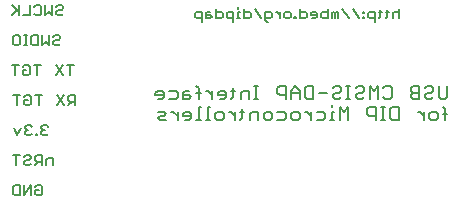
<source format=gbo>
G75*
G70*
%OFA0B0*%
%FSLAX24Y24*%
%IPPOS*%
%LPD*%
%AMOC8*
5,1,8,0,0,1.08239X$1,22.5*
%
%ADD10C,0.0080*%
%ADD11C,0.0060*%
%ADD12C,0.0050*%
D10*
X005369Y004290D02*
X005298Y004360D01*
X005369Y004430D01*
X005509Y004430D01*
X005579Y004500D01*
X005509Y004570D01*
X005298Y004570D01*
X005369Y004290D02*
X005579Y004290D01*
X005822Y004570D02*
X005962Y004430D01*
X005962Y004290D02*
X005962Y004570D01*
X005822Y004570D02*
X005752Y004570D01*
X006143Y004500D02*
X006143Y004430D01*
X006423Y004430D01*
X006423Y004360D02*
X006423Y004500D01*
X006353Y004570D01*
X006213Y004570D01*
X006143Y004500D01*
X006213Y004290D02*
X006353Y004290D01*
X006423Y004360D01*
X006590Y004290D02*
X006730Y004290D01*
X006660Y004290D02*
X006660Y004710D01*
X006730Y004710D01*
X006967Y004710D02*
X006967Y004290D01*
X007037Y004290D02*
X006896Y004290D01*
X007217Y004360D02*
X007217Y004500D01*
X007287Y004570D01*
X007427Y004570D01*
X007497Y004500D01*
X007497Y004360D01*
X007427Y004290D01*
X007287Y004290D01*
X007217Y004360D01*
X007670Y004570D02*
X007741Y004570D01*
X007881Y004430D01*
X007881Y004290D02*
X007881Y004570D01*
X008047Y004570D02*
X008188Y004570D01*
X008118Y004640D02*
X008118Y004360D01*
X008047Y004290D01*
X008368Y004290D02*
X008368Y004500D01*
X008438Y004570D01*
X008648Y004570D01*
X008648Y004290D01*
X008828Y004360D02*
X008828Y004500D01*
X008898Y004570D01*
X009038Y004570D01*
X009108Y004500D01*
X009108Y004360D01*
X009038Y004290D01*
X008898Y004290D01*
X008828Y004360D01*
X009289Y004290D02*
X009499Y004290D01*
X009569Y004360D01*
X009569Y004500D01*
X009499Y004570D01*
X009289Y004570D01*
X009749Y004500D02*
X009749Y004360D01*
X009819Y004290D01*
X009959Y004290D01*
X010029Y004360D01*
X010029Y004500D01*
X009959Y004570D01*
X009819Y004570D01*
X009749Y004500D01*
X010203Y004570D02*
X010273Y004570D01*
X010413Y004430D01*
X010413Y004290D02*
X010413Y004570D01*
X010593Y004570D02*
X010803Y004570D01*
X010873Y004500D01*
X010873Y004360D01*
X010803Y004290D01*
X010593Y004290D01*
X011040Y004290D02*
X011180Y004290D01*
X011110Y004290D02*
X011110Y004570D01*
X011180Y004570D01*
X011110Y004710D02*
X011110Y004780D01*
X011200Y004990D02*
X011340Y004990D01*
X011410Y005060D01*
X011340Y005200D02*
X011200Y005200D01*
X011130Y005130D01*
X011130Y005060D01*
X011200Y004990D01*
X011340Y005200D02*
X011410Y005270D01*
X011410Y005340D01*
X011340Y005410D01*
X011200Y005410D01*
X011130Y005340D01*
X010950Y005200D02*
X010670Y005200D01*
X010490Y004990D02*
X010279Y004990D01*
X010209Y005060D01*
X010209Y005340D01*
X010279Y005410D01*
X010490Y005410D01*
X010490Y004990D01*
X010029Y004990D02*
X010029Y005270D01*
X009889Y005410D01*
X009749Y005270D01*
X009749Y004990D01*
X009569Y004990D02*
X009569Y005410D01*
X009359Y005410D01*
X009289Y005340D01*
X009289Y005200D01*
X009359Y005130D01*
X009569Y005130D01*
X009749Y005200D02*
X010029Y005200D01*
X008648Y004990D02*
X008508Y004990D01*
X008578Y004990D02*
X008578Y005410D01*
X008648Y005410D02*
X008508Y005410D01*
X008341Y005270D02*
X008131Y005270D01*
X008061Y005200D01*
X008061Y004990D01*
X007811Y005060D02*
X007741Y004990D01*
X007811Y005060D02*
X007811Y005340D01*
X007881Y005270D02*
X007741Y005270D01*
X007574Y005200D02*
X007504Y005270D01*
X007364Y005270D01*
X007293Y005200D01*
X007293Y005130D01*
X007574Y005130D01*
X007574Y005060D02*
X007574Y005200D01*
X007574Y005060D02*
X007504Y004990D01*
X007364Y004990D01*
X007113Y004990D02*
X007113Y005270D01*
X007113Y005130D02*
X006973Y005270D01*
X006903Y005270D01*
X006730Y005200D02*
X006590Y005200D01*
X006423Y005060D02*
X006353Y005130D01*
X006143Y005130D01*
X006143Y005200D02*
X006143Y004990D01*
X006353Y004990D01*
X006423Y005060D01*
X006353Y005270D02*
X006213Y005270D01*
X006143Y005200D01*
X005962Y005200D02*
X005962Y005060D01*
X005892Y004990D01*
X005682Y004990D01*
X005502Y005060D02*
X005502Y005200D01*
X005432Y005270D01*
X005292Y005270D01*
X005222Y005200D01*
X005222Y005130D01*
X005502Y005130D01*
X005502Y005060D02*
X005432Y004990D01*
X005292Y004990D01*
X005682Y005270D02*
X005892Y005270D01*
X005962Y005200D01*
X006590Y005410D02*
X006660Y005340D01*
X006660Y004990D01*
X006967Y004710D02*
X007037Y004710D01*
X008341Y004990D02*
X008341Y005270D01*
X011360Y004710D02*
X011360Y004290D01*
X011641Y004290D02*
X011641Y004710D01*
X011500Y004570D01*
X011360Y004710D01*
X011577Y004990D02*
X011717Y004990D01*
X011647Y004990D02*
X011647Y005410D01*
X011717Y005410D02*
X011577Y005410D01*
X011897Y005340D02*
X011967Y005410D01*
X012108Y005410D01*
X012178Y005340D01*
X012178Y005270D01*
X012108Y005200D01*
X011967Y005200D01*
X011897Y005130D01*
X011897Y005060D01*
X011967Y004990D01*
X012108Y004990D01*
X012178Y005060D01*
X012358Y004990D02*
X012358Y005410D01*
X012498Y005270D01*
X012638Y005410D01*
X012638Y004990D01*
X012818Y005060D02*
X012888Y004990D01*
X013028Y004990D01*
X013098Y005060D01*
X013098Y005340D01*
X013028Y005410D01*
X012888Y005410D01*
X012818Y005340D01*
X013739Y005340D02*
X013739Y005270D01*
X013809Y005200D01*
X014019Y005200D01*
X014199Y005130D02*
X014199Y005060D01*
X014269Y004990D01*
X014410Y004990D01*
X014480Y005060D01*
X014410Y005200D02*
X014269Y005200D01*
X014199Y005130D01*
X014410Y005200D02*
X014480Y005270D01*
X014480Y005340D01*
X014410Y005410D01*
X014269Y005410D01*
X014199Y005340D01*
X014019Y005410D02*
X013809Y005410D01*
X013739Y005340D01*
X013809Y005200D02*
X013739Y005130D01*
X013739Y005060D01*
X013809Y004990D01*
X014019Y004990D01*
X014019Y005410D01*
X014660Y005410D02*
X014660Y005060D01*
X014730Y004990D01*
X014870Y004990D01*
X014940Y005060D01*
X014940Y005410D01*
X014800Y004710D02*
X014870Y004640D01*
X014870Y004290D01*
X014633Y004360D02*
X014563Y004290D01*
X014423Y004290D01*
X014353Y004360D01*
X014353Y004500D01*
X014423Y004570D01*
X014563Y004570D01*
X014633Y004500D01*
X014633Y004360D01*
X014800Y004500D02*
X014940Y004500D01*
X014173Y004430D02*
X014033Y004570D01*
X013963Y004570D01*
X014173Y004570D02*
X014173Y004290D01*
X013329Y004290D02*
X013329Y004710D01*
X013118Y004710D01*
X013048Y004640D01*
X013048Y004360D01*
X013118Y004290D01*
X013329Y004290D01*
X012868Y004290D02*
X012728Y004290D01*
X012798Y004290D02*
X012798Y004710D01*
X012868Y004710D02*
X012728Y004710D01*
X012561Y004710D02*
X012351Y004710D01*
X012281Y004640D01*
X012281Y004500D01*
X012351Y004430D01*
X012561Y004430D01*
X012561Y004290D02*
X012561Y004710D01*
D11*
X012534Y007573D02*
X012534Y007894D01*
X012373Y007894D01*
X012320Y007840D01*
X012320Y007733D01*
X012373Y007680D01*
X012534Y007680D01*
X012660Y007680D02*
X012713Y007733D01*
X012713Y007947D01*
X012660Y007894D02*
X012767Y007894D01*
X012893Y007894D02*
X013000Y007894D01*
X012947Y007947D02*
X012947Y007733D01*
X012893Y007680D01*
X013136Y007680D02*
X013136Y007840D01*
X013190Y007894D01*
X013297Y007894D01*
X013350Y007840D01*
X013350Y008000D02*
X013350Y007680D01*
X012184Y007680D02*
X012184Y007733D01*
X012130Y007733D01*
X012130Y007680D01*
X012184Y007680D01*
X012184Y007840D02*
X012184Y007894D01*
X012130Y007894D01*
X012130Y007840D01*
X012184Y007840D01*
X012009Y007680D02*
X011795Y008000D01*
X011659Y007680D02*
X011445Y008000D01*
X011309Y007894D02*
X011256Y007894D01*
X011202Y007840D01*
X011149Y007894D01*
X011095Y007840D01*
X011095Y007680D01*
X011202Y007680D02*
X011202Y007840D01*
X011309Y007894D02*
X011309Y007680D01*
X010959Y007680D02*
X010959Y008000D01*
X010959Y007894D02*
X010799Y007894D01*
X010746Y007840D01*
X010746Y007733D01*
X010799Y007680D01*
X010959Y007680D01*
X010609Y007733D02*
X010609Y007840D01*
X010556Y007894D01*
X010449Y007894D01*
X010396Y007840D01*
X010396Y007787D01*
X010609Y007787D01*
X010609Y007733D02*
X010556Y007680D01*
X010449Y007680D01*
X010259Y007733D02*
X010259Y007840D01*
X010206Y007894D01*
X010046Y007894D01*
X010046Y008000D02*
X010046Y007680D01*
X010206Y007680D01*
X010259Y007733D01*
X009909Y007733D02*
X009856Y007733D01*
X009856Y007680D01*
X009909Y007680D01*
X009909Y007733D01*
X009734Y007733D02*
X009734Y007840D01*
X009681Y007894D01*
X009574Y007894D01*
X009521Y007840D01*
X009521Y007733D01*
X009574Y007680D01*
X009681Y007680D01*
X009734Y007733D01*
X009384Y007680D02*
X009384Y007894D01*
X009278Y007894D02*
X009384Y007787D01*
X009278Y007894D02*
X009224Y007894D01*
X009093Y007840D02*
X009093Y007733D01*
X009040Y007680D01*
X008879Y007680D01*
X008879Y007627D02*
X008879Y007894D01*
X009040Y007894D01*
X009093Y007840D01*
X008986Y007573D02*
X008933Y007573D01*
X008879Y007627D01*
X008743Y007680D02*
X008529Y008000D01*
X008393Y007840D02*
X008340Y007894D01*
X008180Y007894D01*
X008180Y008000D02*
X008180Y007680D01*
X008340Y007680D01*
X008393Y007733D01*
X008393Y007840D01*
X008043Y007894D02*
X007990Y007894D01*
X007990Y007680D01*
X008043Y007680D02*
X007936Y007680D01*
X007810Y007680D02*
X007650Y007680D01*
X007596Y007733D01*
X007596Y007840D01*
X007650Y007894D01*
X007810Y007894D01*
X007810Y007573D01*
X007460Y007733D02*
X007460Y007840D01*
X007407Y007894D01*
X007247Y007894D01*
X007247Y008000D02*
X007247Y007680D01*
X007407Y007680D01*
X007460Y007733D01*
X007110Y007733D02*
X007057Y007787D01*
X006897Y007787D01*
X006897Y007840D02*
X006897Y007680D01*
X007057Y007680D01*
X007110Y007733D01*
X006950Y007894D02*
X006897Y007840D01*
X006950Y007894D02*
X007057Y007894D01*
X006760Y007894D02*
X006600Y007894D01*
X006547Y007840D01*
X006547Y007733D01*
X006600Y007680D01*
X006760Y007680D01*
X006760Y007573D02*
X006760Y007894D01*
X007990Y008000D02*
X007990Y008054D01*
D12*
X000543Y001775D02*
X000485Y001833D01*
X000485Y002067D01*
X000543Y002125D01*
X000718Y002125D01*
X000718Y001775D01*
X000543Y001775D01*
X000853Y001775D02*
X000853Y002125D01*
X001087Y002125D02*
X000853Y001775D01*
X001087Y001775D02*
X001087Y002125D01*
X001221Y002067D02*
X001280Y002125D01*
X001397Y002125D01*
X001455Y002067D01*
X001455Y001833D01*
X001397Y001775D01*
X001280Y001775D01*
X001221Y001833D01*
X001221Y001950D01*
X001338Y001950D01*
X001437Y002775D02*
X001437Y003125D01*
X001262Y003125D01*
X001203Y003067D01*
X001203Y002950D01*
X001262Y002892D01*
X001437Y002892D01*
X001320Y002892D02*
X001203Y002775D01*
X001068Y002833D02*
X001010Y002775D01*
X000893Y002775D01*
X000835Y002833D01*
X000835Y002892D01*
X000893Y002950D01*
X001010Y002950D01*
X001068Y003009D01*
X001068Y003067D01*
X001010Y003125D01*
X000893Y003125D01*
X000835Y003067D01*
X000700Y003125D02*
X000467Y003125D01*
X000583Y003125D02*
X000583Y002775D01*
X001571Y002775D02*
X001571Y002950D01*
X001630Y003009D01*
X001805Y003009D01*
X001805Y002775D01*
X001597Y003775D02*
X001480Y003775D01*
X001421Y003833D01*
X001421Y003892D01*
X001480Y003950D01*
X001538Y003950D01*
X001480Y003950D02*
X001421Y004009D01*
X001421Y004067D01*
X001480Y004125D01*
X001597Y004125D01*
X001655Y004067D01*
X001655Y003833D02*
X001597Y003775D01*
X001287Y003775D02*
X001228Y003775D01*
X001228Y003833D01*
X001287Y003833D01*
X001287Y003775D01*
X001103Y003833D02*
X001044Y003775D01*
X000927Y003775D01*
X000869Y003833D01*
X000869Y003892D01*
X000927Y003950D01*
X000986Y003950D01*
X000927Y003950D02*
X000869Y004009D01*
X000869Y004067D01*
X000927Y004125D01*
X001044Y004125D01*
X001103Y004067D01*
X000734Y004009D02*
X000617Y003775D01*
X000501Y004009D01*
X000597Y004775D02*
X000597Y005125D01*
X000713Y005125D02*
X000480Y005125D01*
X000848Y005067D02*
X000907Y005125D01*
X001023Y005125D01*
X001082Y005067D01*
X001082Y004833D01*
X001023Y004775D01*
X000907Y004775D01*
X000848Y004833D01*
X000848Y004950D01*
X000965Y004950D01*
X001217Y005125D02*
X001450Y005125D01*
X001333Y005125D02*
X001333Y004775D01*
X001953Y004775D02*
X002187Y005125D01*
X002321Y005067D02*
X002321Y004950D01*
X002380Y004892D01*
X002555Y004892D01*
X002438Y004892D02*
X002321Y004775D01*
X002187Y004775D02*
X001953Y005125D01*
X002321Y005067D02*
X002380Y005125D01*
X002555Y005125D01*
X002555Y004775D01*
X002388Y005775D02*
X002388Y006125D01*
X002505Y006125D02*
X002271Y006125D01*
X002137Y006125D02*
X001903Y005775D01*
X002137Y005775D02*
X001903Y006125D01*
X001400Y006125D02*
X001167Y006125D01*
X001283Y006125D02*
X001283Y005775D01*
X001032Y005833D02*
X000973Y005775D01*
X000857Y005775D01*
X000798Y005833D01*
X000798Y005950D01*
X000915Y005950D01*
X001032Y006067D02*
X001032Y005833D01*
X001032Y006067D02*
X000973Y006125D01*
X000857Y006125D01*
X000798Y006067D01*
X000663Y006125D02*
X000430Y006125D01*
X000547Y006125D02*
X000547Y005775D01*
X000529Y006775D02*
X000471Y006833D01*
X000471Y007067D01*
X000529Y007125D01*
X000646Y007125D01*
X000705Y007067D01*
X000705Y006833D01*
X000646Y006775D01*
X000529Y006775D01*
X000833Y006775D02*
X000950Y006775D01*
X000892Y006775D02*
X000892Y007125D01*
X000950Y007125D02*
X000833Y007125D01*
X001085Y007067D02*
X001143Y007125D01*
X001318Y007125D01*
X001318Y006775D01*
X001143Y006775D01*
X001085Y006833D01*
X001085Y007067D01*
X001453Y007125D02*
X001453Y006775D01*
X001570Y006892D01*
X001687Y006775D01*
X001687Y007125D01*
X001821Y007067D02*
X001880Y007125D01*
X001997Y007125D01*
X002055Y007067D01*
X002055Y007009D01*
X001997Y006950D01*
X001880Y006950D01*
X001821Y006892D01*
X001821Y006833D01*
X001880Y006775D01*
X001997Y006775D01*
X002055Y006833D01*
X002097Y007775D02*
X001980Y007775D01*
X001921Y007833D01*
X001921Y007892D01*
X001980Y007950D01*
X002097Y007950D01*
X002155Y008009D01*
X002155Y008067D01*
X002097Y008125D01*
X001980Y008125D01*
X001921Y008067D01*
X001787Y008125D02*
X001787Y007775D01*
X001670Y007892D01*
X001553Y007775D01*
X001553Y008125D01*
X001418Y008067D02*
X001418Y007833D01*
X001360Y007775D01*
X001243Y007775D01*
X001185Y007833D01*
X001050Y007775D02*
X000817Y007775D01*
X000682Y007775D02*
X000682Y008125D01*
X000623Y007950D02*
X000448Y007775D01*
X000682Y007892D02*
X000448Y008125D01*
X001050Y008125D02*
X001050Y007775D01*
X001185Y008067D02*
X001243Y008125D01*
X001360Y008125D01*
X001418Y008067D01*
X002097Y007775D02*
X002155Y007833D01*
M02*

</source>
